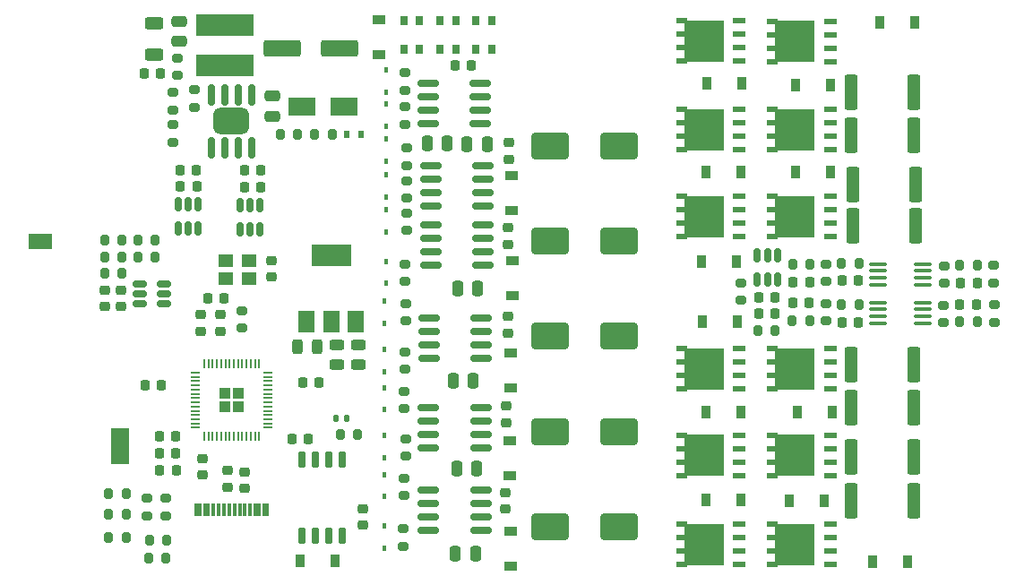
<source format=gtp>
G04 #@! TF.GenerationSoftware,KiCad,Pcbnew,6.0.0-rc2*
G04 #@! TF.CreationDate,2022-06-25T16:15:39-07:00*
G04 #@! TF.ProjectId,RP2040_motor-rounded,52503230-3430-45f6-9d6f-746f722d726f,REV1*
G04 #@! TF.SameCoordinates,Original*
G04 #@! TF.FileFunction,Paste,Top*
G04 #@! TF.FilePolarity,Positive*
%FSLAX46Y46*%
G04 Gerber Fmt 4.6, Leading zero omitted, Abs format (unit mm)*
G04 Created by KiCad (PCBNEW 6.0.0-rc2) date 2022-06-25 16:15:39*
%MOMM*%
%LPD*%
G01*
G04 APERTURE LIST*
G04 Aperture macros list*
%AMRoundRect*
0 Rectangle with rounded corners*
0 $1 Rounding radius*
0 $2 $3 $4 $5 $6 $7 $8 $9 X,Y pos of 4 corners*
0 Add a 4 corners polygon primitive as box body*
4,1,4,$2,$3,$4,$5,$6,$7,$8,$9,$2,$3,0*
0 Add four circle primitives for the rounded corners*
1,1,$1+$1,$2,$3*
1,1,$1+$1,$4,$5*
1,1,$1+$1,$6,$7*
1,1,$1+$1,$8,$9*
0 Add four rect primitives between the rounded corners*
20,1,$1+$1,$2,$3,$4,$5,0*
20,1,$1+$1,$4,$5,$6,$7,0*
20,1,$1+$1,$6,$7,$8,$9,0*
20,1,$1+$1,$8,$9,$2,$3,0*%
G04 Aperture macros list end*
%ADD10RoundRect,0.243750X0.243750X0.456250X-0.243750X0.456250X-0.243750X-0.456250X0.243750X-0.456250X0*%
%ADD11RoundRect,0.225000X0.225000X0.250000X-0.225000X0.250000X-0.225000X-0.250000X0.225000X-0.250000X0*%
%ADD12RoundRect,0.225000X-0.250000X0.225000X-0.250000X-0.225000X0.250000X-0.225000X0.250000X0.225000X0*%
%ADD13RoundRect,0.225000X-0.225000X-0.250000X0.225000X-0.250000X0.225000X0.250000X-0.225000X0.250000X0*%
%ADD14RoundRect,0.225000X0.250000X-0.225000X0.250000X0.225000X-0.250000X0.225000X-0.250000X-0.225000X0*%
%ADD15RoundRect,0.147500X0.147500X0.172500X-0.147500X0.172500X-0.147500X-0.172500X0.147500X-0.172500X0*%
%ADD16R,1.500000X2.000000*%
%ADD17R,3.800000X2.000000*%
%ADD18RoundRect,0.150000X-0.150000X0.650000X-0.150000X-0.650000X0.150000X-0.650000X0.150000X0.650000X0*%
%ADD19RoundRect,0.200000X-0.200000X-0.275000X0.200000X-0.275000X0.200000X0.275000X-0.200000X0.275000X0*%
%ADD20RoundRect,0.200000X0.275000X-0.200000X0.275000X0.200000X-0.275000X0.200000X-0.275000X-0.200000X0*%
%ADD21RoundRect,0.243750X-0.456250X0.243750X-0.456250X-0.243750X0.456250X-0.243750X0.456250X0.243750X0*%
%ADD22RoundRect,0.250000X0.292217X0.292217X-0.292217X0.292217X-0.292217X-0.292217X0.292217X-0.292217X0*%
%ADD23RoundRect,0.050000X0.387500X0.050000X-0.387500X0.050000X-0.387500X-0.050000X0.387500X-0.050000X0*%
%ADD24RoundRect,0.050000X0.050000X0.387500X-0.050000X0.387500X-0.050000X-0.387500X0.050000X-0.387500X0*%
%ADD25RoundRect,0.250000X-0.250000X-0.475000X0.250000X-0.475000X0.250000X0.475000X-0.250000X0.475000X0*%
%ADD26RoundRect,0.150000X-0.150000X0.825000X-0.150000X-0.825000X0.150000X-0.825000X0.150000X0.825000X0*%
%ADD27RoundRect,0.625000X-1.075000X0.625000X-1.075000X-0.625000X1.075000X-0.625000X1.075000X0.625000X0*%
%ADD28R,1.200000X0.900000*%
%ADD29RoundRect,0.250000X1.500000X1.000000X-1.500000X1.000000X-1.500000X-1.000000X1.500000X-1.000000X0*%
%ADD30RoundRect,0.200000X-0.275000X0.200000X-0.275000X-0.200000X0.275000X-0.200000X0.275000X0.200000X0*%
%ADD31RoundRect,0.250000X-1.500000X-0.550000X1.500000X-0.550000X1.500000X0.550000X-1.500000X0.550000X0*%
%ADD32R,0.600000X0.700000*%
%ADD33RoundRect,0.250000X0.362500X1.425000X-0.362500X1.425000X-0.362500X-1.425000X0.362500X-1.425000X0*%
%ADD34RoundRect,0.200000X0.200000X0.275000X-0.200000X0.275000X-0.200000X-0.275000X0.200000X-0.275000X0*%
%ADD35R,1.270000X0.610000*%
%ADD36R,1.020000X0.610000*%
%ADD37R,3.810000X3.910000*%
%ADD38R,0.900000X1.200000*%
%ADD39R,2.500000X1.800000*%
%ADD40RoundRect,0.150000X0.825000X0.150000X-0.825000X0.150000X-0.825000X-0.150000X0.825000X-0.150000X0*%
%ADD41RoundRect,0.150000X-0.150000X0.512500X-0.150000X-0.512500X0.150000X-0.512500X0.150000X0.512500X0*%
%ADD42RoundRect,0.250000X-0.475000X0.250000X-0.475000X-0.250000X0.475000X-0.250000X0.475000X0.250000X0*%
%ADD43R,0.450000X0.600000*%
%ADD44R,5.500000X2.150000*%
%ADD45R,0.750000X0.900000*%
%ADD46RoundRect,0.250000X0.250000X0.475000X-0.250000X0.475000X-0.250000X-0.475000X0.250000X-0.475000X0*%
%ADD47RoundRect,0.100000X0.712500X0.100000X-0.712500X0.100000X-0.712500X-0.100000X0.712500X-0.100000X0*%
%ADD48RoundRect,0.150000X0.150000X-0.512500X0.150000X0.512500X-0.150000X0.512500X-0.150000X-0.512500X0*%
%ADD49R,1.400000X1.200000*%
%ADD50RoundRect,0.150000X-0.512500X-0.150000X0.512500X-0.150000X0.512500X0.150000X-0.512500X0.150000X0*%
%ADD51R,1.780000X3.430000*%
%ADD52RoundRect,0.250000X0.625000X-0.312500X0.625000X0.312500X-0.625000X0.312500X-0.625000X-0.312500X0*%
%ADD53R,0.300000X1.150000*%
G04 APERTURE END LIST*
D10*
X99452500Y-100200000D03*
X97577500Y-100200000D03*
D11*
X86140000Y-111890000D03*
X84590000Y-111890000D03*
D12*
X88590000Y-110760000D03*
X88590000Y-112310000D03*
D13*
X98100000Y-103550000D03*
X99650000Y-103550000D03*
D14*
X103770000Y-117070000D03*
X103770000Y-115520000D03*
D15*
X102220000Y-107010000D03*
X101250000Y-107010000D03*
D16*
X98490000Y-97850000D03*
D17*
X100790000Y-91550000D03*
D16*
X100790000Y-97850000D03*
X103090000Y-97850000D03*
D18*
X101830000Y-110860000D03*
X100560000Y-110860000D03*
X99290000Y-110860000D03*
X98020000Y-110860000D03*
X98020000Y-118060000D03*
X99290000Y-118060000D03*
X100560000Y-118060000D03*
X101830000Y-118060000D03*
D11*
X90680000Y-95650000D03*
X89130000Y-95650000D03*
D19*
X101660000Y-108510000D03*
X103310000Y-108510000D03*
D12*
X91040000Y-111910000D03*
X91040000Y-113460000D03*
D11*
X84730000Y-103800000D03*
X83180000Y-103800000D03*
D14*
X90359000Y-98740000D03*
X90359000Y-97190000D03*
D20*
X85190000Y-116160000D03*
X85190000Y-114510000D03*
D14*
X88440000Y-98740000D03*
X88440000Y-97190000D03*
D21*
X103400000Y-100010000D03*
X103400000Y-101885000D03*
D13*
X97100000Y-108900000D03*
X98650000Y-108900000D03*
D11*
X86080000Y-110300000D03*
X84530000Y-110300000D03*
D22*
X92027500Y-104612500D03*
X90752500Y-105887500D03*
X90752500Y-104612500D03*
X92027500Y-105887500D03*
D23*
X94827500Y-107850000D03*
X94827500Y-107450000D03*
X94827500Y-107050000D03*
X94827500Y-106650000D03*
X94827500Y-106250000D03*
X94827500Y-105850000D03*
X94827500Y-105450000D03*
X94827500Y-105050000D03*
X94827500Y-104650000D03*
X94827500Y-104250000D03*
X94827500Y-103850000D03*
X94827500Y-103450000D03*
X94827500Y-103050000D03*
X94827500Y-102650000D03*
D24*
X93990000Y-101812500D03*
X93590000Y-101812500D03*
X93190000Y-101812500D03*
X92790000Y-101812500D03*
X92390000Y-101812500D03*
X91990000Y-101812500D03*
X91590000Y-101812500D03*
X91190000Y-101812500D03*
X90790000Y-101812500D03*
X90390000Y-101812500D03*
X89990000Y-101812500D03*
X89590000Y-101812500D03*
X89190000Y-101812500D03*
X88790000Y-101812500D03*
D23*
X87952500Y-102650000D03*
X87952500Y-103050000D03*
X87952500Y-103450000D03*
X87952500Y-103850000D03*
X87952500Y-104250000D03*
X87952500Y-104650000D03*
X87952500Y-105050000D03*
X87952500Y-105450000D03*
X87952500Y-105850000D03*
X87952500Y-106250000D03*
X87952500Y-106650000D03*
X87952500Y-107050000D03*
X87952500Y-107450000D03*
X87952500Y-107850000D03*
D24*
X88790000Y-108687500D03*
X89190000Y-108687500D03*
X89590000Y-108687500D03*
X89990000Y-108687500D03*
X90390000Y-108687500D03*
X90790000Y-108687500D03*
X91190000Y-108687500D03*
X91590000Y-108687500D03*
X91990000Y-108687500D03*
X92390000Y-108687500D03*
X92790000Y-108687500D03*
X93190000Y-108687500D03*
X93590000Y-108687500D03*
X93990000Y-108687500D03*
D14*
X95150000Y-93600000D03*
X95150000Y-92050000D03*
D20*
X83390000Y-116160000D03*
X83390000Y-114510000D03*
D12*
X92640000Y-112010000D03*
X92640000Y-113560000D03*
D11*
X86080000Y-108650000D03*
X84530000Y-108650000D03*
D20*
X92340000Y-98460000D03*
X92340000Y-96810000D03*
D21*
X101350000Y-100037500D03*
X101350000Y-101912500D03*
D11*
X114034100Y-73620000D03*
X112484100Y-73620000D03*
D25*
X112340900Y-103380000D03*
X114240900Y-103380000D03*
D11*
X88085000Y-85040000D03*
X86535000Y-85040000D03*
D26*
X93255000Y-76425000D03*
X91985000Y-76425000D03*
X90715000Y-76425000D03*
X89445000Y-76425000D03*
X89445000Y-81375000D03*
X90715000Y-81375000D03*
X91985000Y-81375000D03*
X93255000Y-81375000D03*
D27*
X91350000Y-78900000D03*
D28*
X117750000Y-104050000D03*
X117750000Y-100750000D03*
D29*
X127960000Y-117250000D03*
X121460000Y-117250000D03*
D30*
X107700000Y-112600000D03*
X107700000Y-114250000D03*
D31*
X96165000Y-72020000D03*
X101565000Y-72020000D03*
D32*
X103650000Y-80100000D03*
X102250000Y-80100000D03*
D30*
X139550000Y-94175000D03*
X139550000Y-95825000D03*
D33*
X155822500Y-114740000D03*
X149897500Y-114740000D03*
D11*
X150625000Y-97900000D03*
X149075000Y-97900000D03*
X142725000Y-97100000D03*
X141175000Y-97100000D03*
D34*
X150665000Y-92310000D03*
X149015000Y-92310000D03*
D35*
X147970000Y-119535000D03*
X147970000Y-120805000D03*
X147970000Y-118265000D03*
X147970000Y-116995000D03*
D36*
X142505000Y-118265000D03*
X142505000Y-119535000D03*
D37*
X144610000Y-118900000D03*
D36*
X142505000Y-120805000D03*
X142505000Y-116995000D03*
D30*
X163420000Y-92495000D03*
X163420000Y-94145000D03*
D12*
X80950000Y-94825000D03*
X80950000Y-96375000D03*
D33*
X156022500Y-84860000D03*
X150097500Y-84860000D03*
D34*
X81025000Y-90100000D03*
X79375000Y-90100000D03*
D20*
X163469100Y-97890000D03*
X163469100Y-96240000D03*
D12*
X117570000Y-80925900D03*
X117570000Y-82475900D03*
D38*
X152610000Y-69570000D03*
X155910000Y-69570000D03*
D34*
X81025000Y-91690000D03*
X79375000Y-91690000D03*
D19*
X83605000Y-118460000D03*
X85255000Y-118460000D03*
D35*
X147970000Y-71964500D03*
X147970000Y-73234500D03*
X147970000Y-70694500D03*
X147970000Y-69424500D03*
D36*
X142505000Y-70694500D03*
X142505000Y-73234500D03*
X142505000Y-69424500D03*
X142505000Y-71964500D03*
D37*
X144610000Y-71329500D03*
D30*
X107869000Y-96090000D03*
X107869000Y-97740000D03*
X107779000Y-77510000D03*
X107779000Y-79160000D03*
D38*
X136181000Y-106375000D03*
X139481000Y-106375000D03*
D34*
X85195000Y-120170000D03*
X83545000Y-120170000D03*
D39*
X97995000Y-77500000D03*
X101995000Y-77500000D03*
D25*
X112730900Y-94700000D03*
X114630900Y-94700000D03*
D40*
X114934100Y-109755000D03*
X114934100Y-108485000D03*
X114934100Y-107215000D03*
X114934100Y-105945000D03*
X109984100Y-105945000D03*
X109984100Y-107215000D03*
X109984100Y-108485000D03*
X109984100Y-109755000D03*
D41*
X88234000Y-86764200D03*
X87284000Y-86764200D03*
X86334000Y-86764200D03*
X86334000Y-89039200D03*
X87284000Y-89039200D03*
X88234000Y-89039200D03*
D29*
X127960000Y-81220000D03*
X121460000Y-81220000D03*
D42*
X86410000Y-69445000D03*
X86410000Y-71345000D03*
D30*
X107779000Y-100690000D03*
X107779000Y-102340000D03*
D19*
X82525000Y-91700000D03*
X84175000Y-91700000D03*
D13*
X160206600Y-96245000D03*
X161756600Y-96245000D03*
D43*
X106010000Y-87245000D03*
X106010000Y-89345000D03*
D20*
X158681900Y-97910000D03*
X158681900Y-96260000D03*
D28*
X117750000Y-120950000D03*
X117750000Y-117650000D03*
D13*
X160285000Y-94170000D03*
X161835000Y-94170000D03*
D11*
X150625000Y-93950000D03*
X149075000Y-93950000D03*
D35*
X147970000Y-81575000D03*
X147970000Y-79035000D03*
X147970000Y-80305000D03*
X147970000Y-77765000D03*
D37*
X144610000Y-79670000D03*
D36*
X142505000Y-80305000D03*
X142505000Y-81575000D03*
X142505000Y-77765000D03*
X142505000Y-79035000D03*
D44*
X90705000Y-73645000D03*
X90705000Y-69795000D03*
D33*
X155822500Y-101880000D03*
X149897500Y-101880000D03*
D20*
X87830000Y-77570000D03*
X87830000Y-75920000D03*
D33*
X155822500Y-76140000D03*
X149897500Y-76140000D03*
D43*
X106010000Y-74020000D03*
X106010000Y-76120000D03*
D20*
X147540000Y-94025000D03*
X147540000Y-92375000D03*
D28*
X105300000Y-69330000D03*
X105300000Y-72630000D03*
D35*
X139380000Y-79035000D03*
X139380000Y-80305000D03*
X139380000Y-81575000D03*
X139380000Y-77765000D03*
D36*
X133915000Y-80305000D03*
X133915000Y-79035000D03*
D37*
X136020000Y-79670000D03*
D36*
X133915000Y-81575000D03*
X133915000Y-77765000D03*
D35*
X139380000Y-87265000D03*
X139380000Y-89805000D03*
X139380000Y-88535000D03*
X139380000Y-85995000D03*
D37*
X136020000Y-87900000D03*
D36*
X133915000Y-88535000D03*
X133915000Y-89805000D03*
X133915000Y-85995000D03*
X133915000Y-87265000D03*
D40*
X114884100Y-79125000D03*
X114884100Y-77855000D03*
X114884100Y-76585000D03*
X114884100Y-75315000D03*
X109934100Y-75315000D03*
X109934100Y-76585000D03*
X109934100Y-77855000D03*
X109934100Y-79125000D03*
D30*
X107769000Y-74310000D03*
X107769000Y-75960000D03*
D13*
X86515000Y-83500000D03*
X88065000Y-83500000D03*
D45*
X114450000Y-72050000D03*
X115950000Y-72050000D03*
X115950000Y-69350000D03*
X114450000Y-69350000D03*
D30*
X107919000Y-81415000D03*
X107919000Y-83065000D03*
D35*
X147970000Y-87265000D03*
X147970000Y-88535000D03*
X147970000Y-89805000D03*
X147970000Y-85995000D03*
D36*
X142505000Y-87265000D03*
X142505000Y-89805000D03*
X142505000Y-88535000D03*
X142505000Y-85995000D03*
D37*
X144610000Y-87900000D03*
D46*
X111759100Y-81000000D03*
X109859100Y-81000000D03*
D13*
X92575000Y-85100000D03*
X94125000Y-85100000D03*
D40*
X115144100Y-92495000D03*
X115144100Y-91225000D03*
X115144100Y-89955000D03*
X115144100Y-88685000D03*
X110194100Y-88685000D03*
X110194100Y-89955000D03*
X110194100Y-91225000D03*
X110194100Y-92495000D03*
D33*
X155822500Y-105920000D03*
X149897500Y-105920000D03*
D40*
X114944100Y-117525000D03*
X114944100Y-116255000D03*
X114944100Y-114985000D03*
X114944100Y-113715000D03*
X109994100Y-113715000D03*
X109994100Y-114985000D03*
X109994100Y-116255000D03*
X109994100Y-117525000D03*
D19*
X99237000Y-80124900D03*
X100887000Y-80124900D03*
D40*
X115134100Y-86875000D03*
X115134100Y-85605000D03*
X115134100Y-84335000D03*
X115134100Y-83065000D03*
X110184100Y-83065000D03*
X110184100Y-84335000D03*
X110184100Y-85605000D03*
X110184100Y-86875000D03*
D30*
X107821000Y-108905000D03*
X107821000Y-110555000D03*
D43*
X106010000Y-83920000D03*
X106010000Y-86020000D03*
D19*
X95983900Y-80110000D03*
X97633900Y-80110000D03*
D33*
X155822500Y-110620000D03*
X149897500Y-110620000D03*
D35*
X147970000Y-111085000D03*
X147970000Y-109815000D03*
X147970000Y-112355000D03*
X147970000Y-108545000D03*
D36*
X142505000Y-109815000D03*
X142505000Y-108545000D03*
X142505000Y-112355000D03*
D37*
X144610000Y-110450000D03*
D36*
X142505000Y-111085000D03*
D29*
X127960000Y-108200000D03*
X121460000Y-108200000D03*
D38*
X144121000Y-114735000D03*
X147421000Y-114735000D03*
X144810000Y-106375000D03*
X148110000Y-106375000D03*
D30*
X107719000Y-104395000D03*
X107719000Y-106045000D03*
D25*
X112640900Y-111680000D03*
X114540900Y-111680000D03*
D30*
X107900000Y-87570000D03*
X107900000Y-89220000D03*
D38*
X101150000Y-120400000D03*
X97850000Y-120400000D03*
D35*
X139380000Y-73225000D03*
X139380000Y-70685000D03*
X139380000Y-71955000D03*
X139380000Y-69415000D03*
D36*
X133915000Y-71955000D03*
D37*
X136020000Y-71320000D03*
D36*
X133915000Y-73225000D03*
X133915000Y-70685000D03*
X133915000Y-69415000D03*
D43*
X106010000Y-92120000D03*
X106010000Y-94220000D03*
D47*
X156712500Y-97975000D03*
X156712500Y-97325000D03*
X156712500Y-96675000D03*
X156712500Y-96025000D03*
X152487500Y-96025000D03*
X152487500Y-96675000D03*
X152487500Y-97325000D03*
X152487500Y-97975000D03*
D43*
X106010000Y-80570000D03*
X106010000Y-82670000D03*
X105810000Y-95900000D03*
X105810000Y-98000000D03*
D38*
X136231000Y-83645000D03*
X139531000Y-83645000D03*
D19*
X144356900Y-97738000D03*
X146006900Y-97738000D03*
D11*
X146015000Y-94060000D03*
X144465000Y-94060000D03*
D20*
X85850000Y-80865000D03*
X85850000Y-79215000D03*
D40*
X114984100Y-101305000D03*
X114984100Y-100035000D03*
X114984100Y-98765000D03*
X114984100Y-97495000D03*
X110034100Y-97495000D03*
X110034100Y-98765000D03*
X110034100Y-100035000D03*
X110034100Y-101305000D03*
D48*
X141076000Y-93875800D03*
X142026000Y-93875800D03*
X142976000Y-93875800D03*
X142976000Y-91600800D03*
X142026000Y-91600800D03*
X141076000Y-91600800D03*
D35*
X139380000Y-111085000D03*
X139380000Y-112355000D03*
X139380000Y-109815000D03*
X139380000Y-108545000D03*
D36*
X133915000Y-111085000D03*
X133915000Y-108545000D03*
D37*
X136020000Y-110450000D03*
D36*
X133915000Y-109815000D03*
X133915000Y-112355000D03*
D49*
X90850000Y-93750000D03*
X93050000Y-93750000D03*
X93050000Y-92050000D03*
X90850000Y-92050000D03*
D34*
X150675000Y-96230900D03*
X149025000Y-96230900D03*
D30*
X107600000Y-117400000D03*
X107600000Y-119050000D03*
D29*
X127960000Y-99200000D03*
X121460000Y-99200000D03*
D50*
X82684200Y-94266000D03*
X82684200Y-95216000D03*
X82684200Y-96166000D03*
X84959200Y-96166000D03*
X84959200Y-95216000D03*
X84959200Y-94266000D03*
D43*
X106010000Y-77270000D03*
X106010000Y-79370000D03*
D51*
X80800000Y-109600000D03*
D34*
X81415000Y-118200000D03*
X79765000Y-118200000D03*
D47*
X156712500Y-94315000D03*
X156712500Y-93665000D03*
X156712500Y-93015000D03*
X156712500Y-92365000D03*
X152487500Y-92365000D03*
X152487500Y-93015000D03*
X152487500Y-93665000D03*
X152487500Y-94315000D03*
D45*
X111050000Y-72050000D03*
X112550000Y-72050000D03*
X112550000Y-69350000D03*
X111050000Y-69350000D03*
D30*
X107800000Y-92370000D03*
X107800000Y-94020000D03*
D11*
X145943400Y-96025000D03*
X144393400Y-96025000D03*
D28*
X117850000Y-87320000D03*
X117850000Y-84020000D03*
D35*
X139380000Y-118265000D03*
X139380000Y-120805000D03*
X139380000Y-119535000D03*
X139380000Y-116995000D03*
D36*
X133915000Y-116995000D03*
X133915000Y-119535000D03*
X133915000Y-120805000D03*
X133915000Y-118265000D03*
D37*
X136020000Y-118900000D03*
D38*
X135810000Y-92155000D03*
X139110000Y-92155000D03*
X136181000Y-114635000D03*
X139481000Y-114635000D03*
D12*
X117270000Y-114005900D03*
X117270000Y-115555900D03*
D20*
X158740000Y-94205000D03*
X158740000Y-92555000D03*
D12*
X117470000Y-88975900D03*
X117470000Y-90525900D03*
D34*
X161843100Y-97842000D03*
X160193100Y-97842000D03*
D38*
X136310000Y-75295000D03*
X139610000Y-75295000D03*
X144721000Y-75495000D03*
X148021000Y-75495000D03*
X135860000Y-97850000D03*
X139160000Y-97850000D03*
D11*
X94125000Y-83540000D03*
X92575000Y-83540000D03*
D43*
X105810000Y-112275000D03*
X105810000Y-114375000D03*
D38*
X151921000Y-120535000D03*
X155221000Y-120535000D03*
D35*
X147970000Y-104214500D03*
X147970000Y-101674500D03*
X147970000Y-102944500D03*
X147970000Y-100404500D03*
D36*
X142505000Y-104214500D03*
X142505000Y-101674500D03*
D37*
X144610000Y-102309500D03*
D36*
X142505000Y-100404500D03*
X142505000Y-102944500D03*
D35*
X139380000Y-102935000D03*
X139380000Y-104205000D03*
X139380000Y-101665000D03*
X139380000Y-100395000D03*
D36*
X133915000Y-104205000D03*
D37*
X136020000Y-102300000D03*
D36*
X133915000Y-100395000D03*
X133915000Y-102935000D03*
X133915000Y-101665000D03*
D14*
X79410000Y-96375000D03*
X79410000Y-94825000D03*
D34*
X81025000Y-93250000D03*
X79375000Y-93250000D03*
D20*
X147540000Y-97740000D03*
X147540000Y-96090000D03*
D45*
X107650000Y-72050000D03*
X109150000Y-72050000D03*
X109150000Y-69350000D03*
X107650000Y-69350000D03*
D33*
X155822500Y-80240000D03*
X149897500Y-80240000D03*
D41*
X94074000Y-86834200D03*
X93124000Y-86834200D03*
X92174000Y-86834200D03*
X92174000Y-89109200D03*
X93124000Y-89109200D03*
X94074000Y-89109200D03*
D30*
X85850000Y-76165000D03*
X85850000Y-77815000D03*
D33*
X156022500Y-88800000D03*
X150097500Y-88800000D03*
D43*
X105810000Y-104050000D03*
X105810000Y-106150000D03*
X105810000Y-100450000D03*
X105810000Y-102550000D03*
D30*
X107921000Y-84525000D03*
X107921000Y-86175000D03*
D25*
X112530900Y-119730000D03*
X114430900Y-119730000D03*
D28*
X117650000Y-112400000D03*
X117650000Y-109100000D03*
D34*
X81425000Y-114100000D03*
X79775000Y-114100000D03*
D12*
X117370000Y-105805900D03*
X117370000Y-107355900D03*
D34*
X81425000Y-115990000D03*
X79775000Y-115990000D03*
D29*
X127960000Y-90170000D03*
X121460000Y-90170000D03*
D43*
X105810000Y-117150000D03*
X105810000Y-119250000D03*
D13*
X141185000Y-95560000D03*
X142735000Y-95560000D03*
D34*
X161865000Y-92500000D03*
X160215000Y-92500000D03*
D52*
X84080000Y-72567500D03*
X84080000Y-69642500D03*
D43*
X105810000Y-108600000D03*
X105810000Y-110700000D03*
D25*
X113640900Y-81050000D03*
X115540900Y-81050000D03*
D28*
X117950000Y-95370000D03*
X117950000Y-92070000D03*
D42*
X95220000Y-76495000D03*
X95220000Y-78395000D03*
D38*
X144721000Y-83705000D03*
X148021000Y-83705000D03*
D20*
X86230000Y-74560000D03*
X86230000Y-72910000D03*
D12*
X117520000Y-97345900D03*
X117520000Y-98895900D03*
D34*
X84175000Y-90100000D03*
X82525000Y-90100000D03*
D13*
X83085000Y-74390000D03*
X84635000Y-74390000D03*
D53*
X88050000Y-115580000D03*
X88850000Y-115580000D03*
X90150000Y-115580000D03*
X91150000Y-115580000D03*
X91650000Y-115580000D03*
X92650000Y-115580000D03*
X93950000Y-115580000D03*
X94750000Y-115580000D03*
X94450000Y-115580000D03*
X93650000Y-115580000D03*
X93150000Y-115580000D03*
X92150000Y-115580000D03*
X90650000Y-115580000D03*
X89650000Y-115580000D03*
X89150000Y-115580000D03*
X88350000Y-115580000D03*
D19*
X144425000Y-92400000D03*
X146075000Y-92400000D03*
X141115000Y-98640000D03*
X142765000Y-98640000D03*
G36*
X74359191Y-89518907D02*
G01*
X74395155Y-89568407D01*
X74400000Y-89599000D01*
X74400000Y-90901000D01*
X74381093Y-90959191D01*
X74331593Y-90995155D01*
X74301000Y-91000000D01*
X72299000Y-91000000D01*
X72240809Y-90981093D01*
X72204845Y-90931593D01*
X72200000Y-90901000D01*
X72200000Y-89599000D01*
X72218907Y-89540809D01*
X72268407Y-89504845D01*
X72299000Y-89500000D01*
X74301000Y-89500000D01*
X74359191Y-89518907D01*
G37*
M02*

</source>
